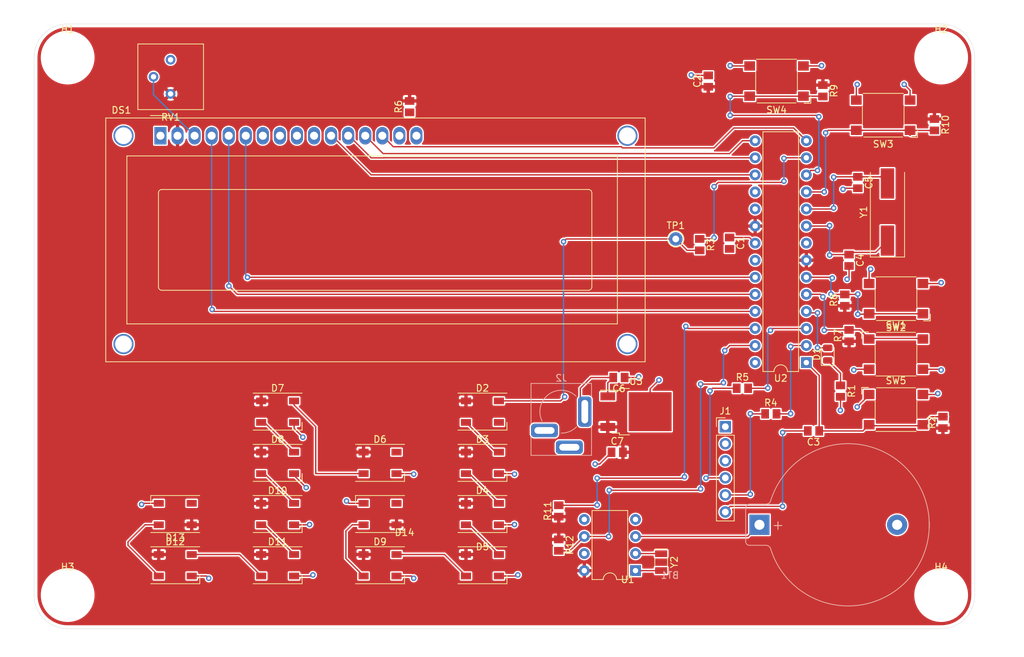
<source format=kicad_pcb>
(kicad_pcb (version 20211014) (generator pcbnew)
  (layers (0 "F.Cu" signal) (31 "B.Cu" signal) (34 "B.Paste" user) (35 "F.Paste" user) (36 "B.SilkS" user "B.Silkscreen") (37 "F.SilkS" user "F.Silkscreen") (38 "B.Mask" user) (39 "F.Mask" user) (44 "Edge.Cuts" user))
  (net 0 "")
  (net 1 "GND")
  (net 2 "Net-(BT1-Pad1)")
  (net 3 "Net-(C1-Pad1)")
  (net 4 "VCC")
  (net 5 "RESET")
  (net 6 "Net-(C3-Pad2)")
  (net 7 "Net-(C4-Pad1)")
  (net 8 "Net-(C5-Pad1)")
  (net 9 "Net-(C6-Pad2)")
  (net 10 "Net-(D1-Pad1)")
  (net 11 "LED_SCK")
  (net 12 "NEO")
  (net 13 "Net-(D2-Pad4)")
  (net 14 "Net-(D3-Pad4)")
  (net 15 "Net-(D4-Pad4)")
  (net 16 "Net-(D5-Pad4)")
  (net 17 "Net-(D14-Pad4)")
  (net 18 "Net-(D6-Pad4)")
  (net 19 "Net-(D7-Pad4)")
  (net 20 "Net-(D10-Pad2)")
  (net 21 "Net-(D14-Pad2)")
  (net 22 "Net-(D10-Pad4)")
  (net 23 "Net-(D11-Pad4)")
  (net 24 "Net-(D12-Pad4)")
  (net 26 "Net-(DS1-Pad15)")
  (net 27 "D7")
  (net 28 "D6")
  (net 29 "D5")
  (net 30 "D4")
  (net 35 "E")
  (net 36 "RW")
  (net 37 "RS")
  (net 38 "Net-(DS1-Pad3)")
  (net 39 "Net-(J1-Pad5)")
  (net 40 "Net-(J1-Pad4)")
  (net 43 "Net-(R3-Pad1)")
  (net 44 "RXD")
  (net 45 "TXD")
  (net 46 "SW1")
  (net 47 "SW2")
  (net 48 "SW4")
  (net 49 "SW3")
  (net 50 "SDA")
  (net 51 "SCL")
  (net 52 "Net-(U1-Pad1)")
  (net 53 "Net-(U1-Pad2)")
  (footprint "footprints:R_0805_2012Metric" (layer "F.Cu") (at 215.265 114.3 90)
    (fp_text reference "R2")
    (fp_text value "R_0805_10K")
  )
  (footprint "footprints:R_0805_2012Metric" (layer "F.Cu") (at 158.09 127.48 90)
    (fp_text reference "R11")
    (fp_text value "R_0805_4.7K")
  )
  (footprint "footprints:MountingHole_3.2mm_M3" (layer "F.Cu") (at 215 140)
    (fp_text reference "H4")
    (fp_text value "MountingHole")
  )
  (footprint "footprints:SW_SPST_Omron_B3FS-100xP" (layer "F.Cu") (at 208.28 104.14)
    (fp_text reference "SW1")
    (fp_text value "Omron_B3F_SPST")
  )
  (footprint "footprints:R_0805_2012Metric" (layer "F.Cu") (at 179.07 87.845 -90)
    (fp_text reference "R3")
    (fp_text value "R_0805_47")
  )
  (footprint "footprints:R_0805_2012Metric" (layer "F.Cu") (at 189.65 113.03)
    (fp_text reference "R4")
    (fp_text value "R_0805_47")
  )
  (footprint "footprints:SW_SPST_Omron_B3FS-100xP" (layer "F.Cu") (at 206.375 68.58 180)
    (fp_text reference "SW3")
    (fp_text value "Omron_B3F_SPST")
  )
  (footprint "footprints:LED_SK6812_PLCC4_5.0x5.0mm_P3.2mm" (layer "F.Cu") (at 146.73 112.7)
    (fp_text reference "D2")
    (fp_text value "NEOPIXEL_SMT")
  )
  (footprint "footprints:SW_SPST_Omron_B3FS-100xP" (layer "F.Cu") (at 208.28 95.885 180)
    (fp_text reference "SW2")
    (fp_text value "Omron_B3F_SPST")
  )
  (footprint "footprints:R_0805_2012Metric" (layer "F.Cu") (at 197.4 64.95 -90)
    (fp_text reference "R9")
    (fp_text value "R_0805_10K")
  )
  (footprint "footprints:R_0805_2012Metric" (layer "F.Cu") (at 185.42 109.22)
    (fp_text reference "R5")
    (fp_text value "R_0805_47")
  )
  (footprint "footprints:C_0805_2012Metric" (layer "F.Cu") (at 201.295 90.17 -90)
    (fp_text reference "C4")
    (fp_text value "C_0805_22pf")
  )
  (footprint "footprints:LED_SK6812_PLCC4_5.0x5.0mm_P3.2mm" (layer "F.Cu") (at 116.25 112.7)
    (fp_text reference "D7")
    (fp_text value "NEOPIXEL_SMT")
  )
  (footprint "footprints:LED_SK6812_PLCC4_5.0x5.0mm_P3.2mm" (layer "F.Cu") (at 116.25 120.32)
    (fp_text reference "D8")
    (fp_text value "NEOPIXEL_SMT")
  )
  (footprint "footprints:R_0805_2012Metric" (layer "F.Cu") (at 200.025 109.64 -90)
    (fp_text reference "R1")
    (fp_text value "R_0805_2.2K")
  )
  (footprint "footprints:R_0805_2012Metric" (layer "F.Cu") (at 200.66 96.1 90)
    (fp_text reference "R8")
    (fp_text value "R_0805_10K")
  )
  (footprint "footprints:DIP-28_W7.62mm" (layer "F.Cu") (at 194.935 105.4 180)
    (fp_text reference "U2")
    (fp_text value "ATmega328-PU")
  )
  (footprint "footprints:C_0805_2012Metric" (layer "F.Cu") (at 196 115.57 180)
    (fp_text reference "C3")
    (fp_text value "C_0805_0.1uf")
  )
  (footprint "footprints:C_0805_2012Metric" (layer "F.Cu") (at 167.045 107.62 180)
    (fp_text reference "C6")
    (fp_text value "C_0805_1uf")
  )
  (footprint "footprints:R_0805_2012Metric" (layer "F.Cu") (at 158.09 132.56 -90)
    (fp_text reference "R12")
    (fp_text value "R_0805_4.7K")
  )
  (footprint "footprints:PinHeader_1x06_P2.54mm_Vertical" (layer "F.Cu") (at 182.88 114.935)
    (fp_text reference "J1")
    (fp_text value "Conn_01x06")
  )
  (footprint "footprints:SW_SPST_Omron_B3FS-100xP" (layer "F.Cu") (at 208.28 112.395)
    (fp_text reference "SW5")
    (fp_text value "Omron_B3F_SPST")
  )
  (footprint "footprints:LED_SK6812_PLCC4_5.0x5.0mm_P3.2mm" (layer "F.Cu") (at 116.25 135.56)
    (fp_text reference "D11")
    (fp_text value "NEOPIXEL_SMT")
  )
  (footprint "footprints:LED_SK6812_PLCC4_5.0x5.0mm_P3.2mm" (layer "F.Cu") (at 116.25 127.94)
    (fp_text reference "D10")
    (fp_text value "NEOPIXEL_SMT")
  )
  (footprint "footprints:R_0805_2012Metric" (layer "F.Cu") (at 214 70 -90)
    (fp_text reference "R10")
    (fp_text value "R_0805_10K")
  )
  (footprint "footprints:LED_SK6812_PLCC4_5.0x5.0mm_P3.2mm" (layer "F.Cu") (at 101.01 135.56)
    (fp_text reference "D12")
    (fp_text value "NEOPIXEL_SMT")
  )
  (footprint "footprints:Crystal_SMD_HC49-SD" (layer "F.Cu") (at 207.01 82.99 90)
    (fp_text reference "Y1")
    (fp_text value "Crystal_16MHz")
  )
  (footprint "footprints:SW_SPST_Omron_B3FS-100xP" (layer "F.Cu") (at 190.5 63.5 180)
    (fp_text reference "SW4")
    (fp_text value "Omron_B3F_SPST")
  )
  (footprint "footprints:Potentiometer_Bourns_3386P_Vertical" (layer "F.Cu") (at 100.315 60.325 180)
    (fp_text reference "RV1")
    (fp_text value "R_POT_10K")
  )
  (footprint "footprints:Crystal_SMD_2Pin_3.2x1.5mm" (layer "F.Cu") (at 173.33 135.1 -90)
    (fp_text reference "Y2")
    (fp_text value "Crystal_32768Hz")
  )
  (footprint "footprints:MountingHole_3.2mm_M3" (layer "F.Cu") (at 215 60)
    (fp_text reference "H2")
    (fp_text value "MountingHole")
  )
  (footprint "footprints:LED_SK6812_PLCC4_5.0x5.0mm_P3.2mm" (layer "F.Cu") (at 101.01 127.94 180)
    (fp_text reference "D13")
    (fp_text value "NEOPIXEL_SMT")
  )
  (footprint "footprints:MountingHole_3.2mm_M3" (layer "F.Cu") (at 85 140)
    (fp_text reference "H3")
    (fp_text value "MountingHole")
  )
  (footprint "footprints:TC1602A-01T" (layer "F.Cu") (at 98.81 71.6375)
    (fp_text reference "DS1")
    (fp_text value "TC1602A-01T")
  )
  (footprint "footprints:TestPoint_THTPad_D2.0mm_Drill1.0mm" (layer "F.Cu") (at 175.5 87)
    (fp_text reference "TP1")
    (fp_text value "TestPoint")
  )
  (footprint "footprints:LED_SK6812_PLCC4_5.0x5.0mm_P3.2mm" (layer "F.Cu") (at 146.73 135.56)
    (fp_text reference "D5")
    (fp_text value "NEOPIXEL_SMT")
  )
  (footprint "footprints:TO-252-2" (layer "F.Cu") (at 169.585 112.7)
    (fp_text reference "U3")
    (fp_text value "L7805")
  )
  (footprint "footprints:LED_SK6812_PLCC4_5.0x5.0mm_P3.2mm" (layer "F.Cu") (at 146.73 127.94)
    (fp_text reference "D4")
    (fp_text value "NEOPIXEL_SMT")
  )
  (footprint "footprints:MountingHole_3.2mm_M3" (layer "F.Cu") (at 85 60)
    (fp_text reference "H1")
    (fp_text value "MountingHole")
  )
  (footprint "footprints:LED_SK6812_PLCC4_5.0x5.0mm_P3.2mm" (layer "F.Cu") (at 131.49 127.94 180)
    (fp_text reference "D14")
    (fp_text value "NEOPIXEL_SMT")
  )
  (footprint "footprints:DIP-8_W7.62mm" (layer "F.Cu") (at 169.51 136.36 180)
    (fp_text reference "U1")
    (fp_text value "DS1307_DIP-8")
  )
  (footprint "footprints:R_0805_2012Metric" (layer "F.Cu") (at 135.89 67.31 90)
    (fp_text reference "R6")
    (fp_text value "R_0805_47")
  )
  (footprint "footprints:LED_SK6812_PLCC4_5.0x5.0mm_P3.2mm" (layer "F.Cu") (at 131.49 135.56)
    (fp_text reference "D9")
    (fp_text value "NEOPIXEL_SMT")
  )
  (footprint "footprints:LED_0805_2012Metric" (layer "F.Cu") (at 198.12 104.14 90)
    (fp_text reference "D1")
    (fp_text value "LED_0805")
  )
  (footprint "footprints:R_0805_2012Metric" (layer "F.Cu") (at 201.295 101.385 90)
    (fp_text reference "R7")
    (fp_text value "R_0805_10K")
  )
  (footprint "footprints:C_0805_2012Metric" (layer "F.Cu") (at 180.34 63.5 90)
    (fp_text reference "C2")
    (fp_text value "C_0805_0.1uf")
  )
  (footprint "footprints:C_0805_2012Metric" (layer "F.Cu") (at 166.79 118.745)
    (fp_text reference "C7")
    (fp_text value "C_0805_0.11uf")
  )
  (footprint "footprints:LED_SK6812_PLCC4_5.0x5.0mm_P3.2mm" (layer "F.Cu") (at 146.73 120.32)
    (fp_text reference "D3")
    (fp_text value "NEOPIXEL_SMT")
  )
  (footprint "footprints:LED_SK6812_PLCC4_5.0x5.0mm_P3.2mm" (layer "F.Cu") (at 131.49 120.32)
    (fp_text reference "D6")
    (fp_text value "NEOPIXEL_SMT")
  )
  (footprint "footprints:C_0805_2012Metric" (layer "F.Cu") (at 183.515 87.63 -90)
    (fp_text reference "C1")
    (fp_text value "C_0805_0.1uf")
  )
  (footprint "footprints:C_0805_2012Metric" (layer "F.Cu") (at 202.6 78.6 -90)
    (fp_text reference "C5")
    (fp_text value "C_0805_22pf")
  )
  (footprint "footprints:BatteryHolder_Keystone_106_1x20mm" (layer "B.Cu") (at 187.96 129.54)
    (fp_text reference "BT1")
    (fp_text value "Battery_Cell")
  )
  (footprint "footprints:Wurth-694106402002" (layer "B.Cu") (at 158.465 112.7 180)
    (fp_text reference "J2")
    (fp_text value "Power_inlet_vertical" hide)
  )
  (gr_line locked (start 220 60) (end 220 140) (layer "Edge.Cuts") (width 0.05))
  (gr_line locked (start 80 60) (end 80 140) (layer "Edge.Cuts") (width 0.05))
  (gr_arc locked (start 80 60) (mid 81.464466 56.464466) (end 85 55) (layer "Edge.Cuts") (width 0.05))
  (gr_arc locked (start 85 145) (mid 81.464466 143.535534) (end 80 140) (layer "Edge.Cuts") (width 0.05))
  (gr_arc locked (start 220 140) (mid 218.535534 143.535534) (end 215 145) (layer "Edge.Cuts") (width 0.05))
  (gr_line locked (start 215 55) (end 85 55) (layer "Edge.Cuts") (width 0.05))
  (gr_arc locked (start 215 55) (mid 218.535534 56.464466) (end 220 60) (layer "Edge.Cuts") (width 0.05))
  (gr_line locked (start 215 145) (end 85 145) (layer "Edge.Cuts") (width 0.05))
  (segment (start 98.56 126.34) (end 96.16 126.34) (width 0.2032) (layer "F.Cu") (net 1))
  (segment (start 204.28 91.72) (end 204.5 91.5) (width 0.2032) (layer "F.Cu") (net 1))
  (segment (start 171.685 109.315) (end 173 108) (width 0.2032) (layer "F.Cu") (net 1))
  (segment (start 120.96 129.54) (end 121 129.5) (width 0.2032) (layer "F.Cu") (net 1))
  (segment (start 118.7 121.92) (end 118.7 122.2) (width 0.2032) (layer "F.Cu") (net 1))
  (segment (start 136.42 121.92) (end 136.5 122) (width 0.2032) (layer "F.Cu") (net 1))
  (segment (start 214.355 110.145) (end 214.5 110) (width 0.2032) (layer "F.Cu") (net 1))
  (segment (start 118.7 114.3) (end 118.7 115.2) (width 0.2032) (layer "F.Cu") (net 1))
  (segment (start 118.7 115.2) (end 120 116.5) (width 0.2032) (layer "F.Cu") (net 1))
  (segment (start 105.66 137.16) (end 106 137.5) (width 0.2032) (layer "F.Cu") (net 1))
  (segment (start 180.34 62.65) (end 177.85 62.65) (width 0.2032) (layer "F.Cu") (net 1))
  (segment (start 126.84 126.34) (end 126.5 126) (width 0.2032) (layer "F.Cu") (net 1))
  (segment (start 214.89 106.39) (end 215 106.5) (width 0.2032) (layer "F.Cu") (net 1))
  (segment (start 201.295 92.705) (end 201 93) (width 0.2032) (layer "F.Cu") (net 1))
  (segment (start 204.28 93.635) (end 204.28 91.72) (width 0.2032) (layer "F.Cu") (net 1))
  (segment (start 194.5 61.25) (end 197.15 61.25) (width 0.2032) (layer "F.Cu") (net 1))
  (segment (start 149.18 121.92) (end 151.42 121.92) (width 0.2032) (layer "F.Cu") (net 1))
  (segment (start 197.15 61.25) (end 197.2 61.2) (width 0.2032) (layer "F.Cu") (net 1))
  (segment (start 204.28 110.145) (end 204.28 110.22) (width 0.2032) (layer "F.Cu") (net 1))
  (segment (start 118.7 137.16) (end 121.34 137.16) (width 0.2032) (layer "F.Cu") (net 1))
  (segment (start 202.6 79.45) (end 200.55 79.45) (width 0.2032) (layer "F.Cu") (net 1))
  (segment (start 136.16 137.16) (end 136.5 137.5) (width 0.2032) (layer "F.Cu") (net 1))
  (segment (start 151.46 129.54) (end 151.5 129.5) (width 0.2032) (layer "F.Cu") (net 1))
  (segment (start 165.94 118.745) (end 164.185 120.5) (width 0.2032) (layer "F.Cu") (net 1))
  (segment (start 169.88 107.62) (end 170 107.5) (width 0.2032) (layer "F.Cu") (net 1))
  (segment (start 201.295 91.02) (end 201.295 92.705) (width 0.2032) (layer "F.Cu") (net 1))
  (segment (start 204.28 110.22) (end 202.5 112) (width 0.2032) (layer "F.Cu") (net 1))
  (segment (start 118.7 129.54) (end 120.96 129.54) (width 0.2032) (layer "F.Cu") (net 1))
  (segment (start 96.16 126.34) (end 96 126.5) (width 0.2032) (layer "F.Cu") (net 1))
  (segment (start 210.375 66.33) (end 210.375 64.875) (width 0.2032) (layer "F.Cu") (net 1))
  (segment (start 200.025 110.49) (end 200.025 112.475) (width 0.2032) (layer "F.Cu") (net 1))
  (segment (start 167.895 107.62) (end 169.88 107.62) (width 0.2032) (layer "F.Cu") (net 1))
  (segment (start 210.375 64.875) (end 209.5 64) (width 0.2032) (layer "F.Cu") (net 1))
  (segment (start 118.7 122.2) (end 120.5 124) (width 0.2032) (layer "F.Cu") (net 1))
  (segment (start 202.375 66.33) (end 202.375 64.125) (width 0.2032) (layer "F.Cu") (net 1))
  (segment (start 129.04 126.34) (end 126.84 126.34) (width 0.2032) (layer "F.Cu") (net 1))
  (segment (start 183.65 61.25) (end 183.6 61.2) (width 0.2032) (layer "F.Cu") (net 1))
  (segment (start 200.55 79.45) (end 200.4 79.6) (width 0.2032) (layer "F.Cu") (net 1))
  (segment (start 212.28 106.39) (end 214.89 106.39) (width 0.2032) (layer "F.Cu") (net 1))
  (segment (start 177.85 62.65) (end 177.8 62.6) (width 0.2032) (layer "F.Cu") (net 1))
  (segment (start 151.84 137.16) (end 152 137) (width 0.2032) (layer "F.Cu") (net 1))
  (segment (start 202.375 64.125) (end 202.5 64) (width 0.2032) (layer "F.Cu") (net 1))
  (segment (start 121.34 137.16) (end 121.5 137) (width 0.2032) (layer "F.Cu") (net 1))
  (segment (start 186.5 61.25) (end 183.65 61.25) (width 0.2032) (layer "F.Cu") (net 1))
  (segment (start 133.94 121.92) (end 136.42 121.92) (width 0.2032) (layer "F.Cu") (net 1))
  (segment (start 164.185 120.5) (end 163.5 120.5) (width 0.2032) (layer "F.Cu") (net 1))
  (segment (start 200.025 112.475) (end 200 112.5) (width 0.2032) (layer "F.Cu") (net 1))
  (segment (start 212.28 110.145) (end 214.355 110.145) (width 0.2032) (layer "F.Cu") (net 1))
  (segment (start 151.42 121.92) (end 151.5 122) (width 0.2032) (layer "F.Cu") (net 1))
  (segment (start 149.18 137.16) (end 151.84 137.16) (width 0.2032) (layer "F.Cu") (net 1))
  (segment (start 149.18 129.54) (end 151.46 129.54) (width 0.2032) (layer "F.Cu") (net 1))
  (segment (start 103.46 137.16) (end 105.66 137.16) (width 0.2032) (layer "F.Cu") (net 1))
  (segment (start 133.94 137.16) (end 136.16 137.16) (width 0.2032) (layer "F.Cu") (net 1))
  (segment (start 171.685 112.7) (end 171.685 109.315) (width 0.2032) (layer "F.Cu") (net 1))
  (segment (start 212.28 93.635) (end 214.865 93.635) (width 0.2032) (layer "F.Cu") (net 1))
  (segment (start 202.11 106.39) (end 202 106.5) (width 0.2032) (layer "F.Cu") (net 1))
  (segment (start 204.28 106.39) (end 202.11 106.39) (width 0.2032) (layer "F.Cu") (net 1))
  (segment (start 214.865 93.635) (end 215 93.5) (width 0.2032) (layer "F.Cu") (net 1))
  (via (at 209.5 64) (size 0.8128) (drill 0.4064) (layers "F.Cu" "B.Cu") (net 1))
  (via (at 136.5 122) (size 0.8128) (drill 0.4064) (layers "F.Cu" "B.Cu") (net 1))
  (via (at 202.5 64) (size 0.8128) (drill 0.4064) (layers "F.Cu" "B.Cu") (net 1))
  (via (at 177.8 62.6) (size 0.8128) (drill 0.4064) (layers "F.Cu" "B.Cu") (net 1))
  (via (at 170 107.5) (size 0.8128) (drill 0.4064) (layers "F.Cu" "B.Cu") (net 1))
  (via (at 200.4 79.6) (size 0.8128) (drill 0.4064) (layers "F.Cu" "B.Cu") (net 1))
  (via (at 215 106.5) (size 0.8128) (drill 0.4064) (layers "F.Cu" "B.Cu") (net 1))
  (via (at 126.5 126) (size 0.8128) (drill 0.4064) (layers "F.Cu" "B.Cu") (net 1))
  (via (at 197.2 61.2) (size 0.8128) (drill 0.4064) (layers "F.Cu" "B.Cu") (net 1))
  (via (at 151.5 122) (size 0.8128) (drill 0.4064) (layers "F.Cu" "B.Cu") (net 1))
  (via (at 121.5 137) (size 0.8128) (drill 0.4064) (layers "F.Cu" "B.Cu") (net 1))
  (via (at 200 112.5) (size 0.8128) (drill 0.4064) (layers "F.Cu" "B.Cu") (net 1))
  (via (at 173 108) (size 0.8128) (drill 0.4064) (layers "F.Cu" "B.Cu") (net 1))
  (via (at 136.5 137.5) (size 0.8128) (drill 0.4064) (layers "F.Cu" "B.Cu") (net 1))
  (via (at 106 137.5) (size 0.8128) (drill 0.4064) (layers "F.Cu" "B.Cu") (net 1))
  (via (at 204.5 91.5) (size 0.8128) (drill 0.4064) (layers "F.Cu" "B.Cu") (net 1))
  (via (at 152 137) (size 0.8128) (drill 0.4064) (layers "F.Cu" "B.Cu") (net 1))
  (via (at 96 126.5) (size 0.8128) (drill 0.4064) (layers "F.Cu" "B.Cu") (net 1))
  (via (at 183.6 61.2) (size 0.8128) (drill 0.4064) (layers "F.Cu" "B.Cu") (net 1))
  (via (at 201 93) (size 0.8128) (drill 0.4064) (layers "F.Cu" "B.Cu") (net 1))
  (via (at 120 116.5) (size 0.8128) (drill 0.4064) (layers "F.Cu" "B.Cu") (net 1))
  (via (at 121 129.5) (size 0.8128) (drill 0.4064) (layers "F.Cu" "B.Cu") (net 1))
  (via (at 120.5 124) (size 0.8128) (drill 0.4064) (layers "F.Cu" "B.Cu") (net 1))
  (via (at 151.5 129.5) (size 0.8128) (drill 0.4064) (layers "F.Cu" "B.Cu") (net 1))
  (via (at 214.5 110) (size 0.8128) (drill 0.4064) (layers "F.Cu" "B.Cu") (net 1))
  (via (at 202.5 112) (size 0.8128) (drill 0.4064) (layers "F.Cu" "B.Cu") (net 1))
  (via (at 202 106.5) (size 0.8128) (drill 0.4064) (layers "F.Cu" "B.Cu") (net 1))
  (via (at 215 93.5) (size 0.8128) (drill 0.4064) (layers "F.Cu" "B.Cu") (net 1))
  (via (at 163.5 120.5) (size 0.8128) (drill 0.4064) (layers "F.Cu" "B.Cu") (net 1))
  (segment (start 186.22 131.28) (end 187.96 129.54) (width 0.2032) (layer "F.Cu") (net 2))
  (segment (start 169.51 131.28) (end 186.22 131.28) (width 0.2032) (layer "F.Cu") (net 2))
  (segment (start 186.475 86.78) (end 187.315 87.62) (width 0.2032) (layer "F.Cu") (net 3))
  (segment (start 183.515 86.78) (end 186.475 86.78) (width 0.2032) (layer "F.Cu") (net 3))
  (segment (start 212.125 114.8) (end 212.28 114.645) (width 0.2032) (layer "F.Cu") (net 5))
  (segment (start 203.355 115.57) (end 204.28 114.645) (width 0.2032) (layer "F.Cu") (net 5))
  (segment (start 204.97 114.8) (end 212.125 114.8) (width 0.2032) (layer "F.Cu") (net 5))
  (segment (start 212.28 114.645) (end 213.475 113.45) (width 0.2032) (layer "F.Cu") (net 5))
  (segment (start 194.935 105.4) (end 196.85 107.315) (width 0.2032) (layer "F.Cu") (net 5))
  (segment (start 204.28 114.645) (end 204.815 114.645) (width 0.2032) (layer "F.Cu") (net 5))
  (segment (start 204.815 114.645) (end 204.97 114.8) (width 0.2032) (layer "F.Cu") (net 5))
  (segment (start 196.85 115.57) (end 203.355 115.57) (width 0.2032) (layer "F.Cu") (net 5))
  (segment (start 213.475 113.45) (end 215.9 113.45) (width 0.2032) (layer "F.Cu") (net 5))
  (segment (start 196.85 107.315) (end 196.85 115.57) (width 0.2032) (layer "F.Cu") (net 5))
  (segment (start 182.88 127.635) (end 182.88 127.52) (width 0.2032) (layer "F.Cu") (net 6))
  (segment (start 183.6 126.8) (end 191.4 126.8) (width 0.2032) (layer "F.Cu") (net 6))
  (segment (start 182.88 127.52) (end 183.6 126.8) (width 0.2032) (layer "F.Cu") (net 6))
  (segment (start 191.63 115.57) (end 195.15 115.57) (width 0.2032) (layer "F.Cu") (net 6))
  (segment (start 191.4 115.8) (end 191.63 115.57) (width 0.2032) (layer "F.Cu") (net 6))
  (via (at 191.4 126.8) (size 0.8128) (drill 0.4064) (layers "F.Cu" "B.Cu") (net 6))
  (via (at 191.4 115.8) (size 0.8128) (drill 0.4064) (layers "F.Cu" "B.Cu") (net 6))
  (segment (start 191.4 126.8) (end 191.4 115.8) (width 0.2032) (layer "B.Cu") (net 6))
  (segment (start 201.295 89.32) (end 201.615 89) (width 0.2032) (layer "F.Cu") (net 7))
  (segment (start 198.48 89.32) (end 201.295 89.32) (width 0.2032) (layer "F.Cu") (net 7))
  (segment (start 194.935 85.08) (end 198.32 85.08) (width 0.2032) (layer "F.Cu") (net 7))
  (segment (start 198.32 85.08) (end 198.4 85) (width 0.2032) (layer "F.Cu") (net 7))
  (segment (start 201.615 89) (end 205.25 89) (width 0.2032) (layer "F.Cu") (net 7))
  (segment (start 198.4 89.4) (end 198.48 89.32) (width 0.2032) (layer "F.Cu") (net 7))
  (segment (start 205.25 89) (end 207.01 87.24) (width 0.2032) (layer "F.Cu") (net 7))
  (via (at 198.4 85) (size 0.8128) (drill 0.4064) (layers "F.Cu" "B.Cu") (net 7))
  (via (at 198.4 89.4) (size 0.8128) (drill 0.4064) (layers "F.Cu" "B.Cu") (net 7))
  (segment (start 198.4 85) (end 198.4 89.4) (width 0.2032) (layer "B.Cu") (net 7))
  (segment (start 207.01 78.74) (end 206.02 77.75) (width 0.2032) (layer "F.Cu") (net 8))
  (segment (start 206.02 77.75) (end 202.6 77.75) (width 0.2032) (layer "F.Cu") (net 8))
  (segment (start 199 82.4) (end 198.86 82.54) (width 0.2032) (layer "F.Cu") (net 8))
  (segment (start 199.05 77.75) (end 199 77.8) (width 0.2032) (layer "F.Cu") (net 8))
  (segment (start 202.6 77.75) (end 199.05 77.75) (width 0.2032) (layer "F.Cu") (net 8))
  (segment (start 198.86 82.54) (end 194.935 82.54) (width 0.2032) (layer "F.Cu") (net 8))
  (via (at 199 82.4) (size 0.8128) (drill 0.4064) (layers "F.Cu" "B.Cu") (net 8))
  (via (at 199 77.8) (size 0.8128) (drill 0.4064) (layers "F.Cu" "B.Cu") (net 8))
  (segment (start 199 77.8) (end 199 82.4) (width 0.2032) (layer "B.Cu") (net 8))
  (segment (start 161.29 109.22) (end 161.29 112.025) (width 0.2032) (layer "F.Cu") (net 9))
  (segment (start 165.385 110.42) (end 165.385 108.43) (width 0.2032) (layer "F.Cu") (net 9))
  (segment (start 166.195 107.62) (end 162.89 107.62) (width 0.2032) (layer "F.Cu") (net 9))
  (segment (start 161.29 112.025) (end 161.965 112.7) (width 0.2032) (layer "F.Cu") (net 9))
  (segment (start 165.385 108.43) (end 166.195 107.62) (width 0.2032) (layer "F.Cu") (net 9))
  (segment (start 162.89 107.62) (end 161.29 109.22) (width 0.2032) (layer "F.Cu") (net 9))
  (segment (start 200.025 106.9825) (end 200.025 108.79) (width 0.2032) (layer "F.Cu") (net 10))
  (segment (start 198.12 105.0775) (end 200.025 106.9825) (width 0.2032) (layer "F.Cu") (net 10))
  (segment (start 196.6 98) (end 195.155 98) (width 0.2032) (layer "F.Cu") (net 11))
  (segment (start 198.12 103.2025) (end 196.6025 103.2025) (width 0.2032) (layer "F.Cu") (net 11))
  (segment (start 195.155 98) (end 194.935 97.78) (width 0.2032) (layer "F.Cu") (net 11))
  (segment (start 196.6025 103.2025) (end 196.6 103.2) (width 0.2032) (layer "F.Cu") (net 11))
  (via (at 196.6 98) (size 0.8128) (drill 0.4064) (layers "F.Cu" "B.Cu") (net 11))
  (via (at 196.6 103.2) (size 0.8128) (drill 0.4064) (layers "F.Cu" "B.Cu") (net 11))
  (segment (start 196.6 103.2) (end 196.6 98) (width 0.2032) (layer "B.Cu") (net 11))
  (segment (start 159.2 87) (end 175.5 87) (width 0.2032) (layer "F.Cu") (net 12))
  (segment (start 175.5 87) (end 177.195 88.695) (width 0.2032) (layer "F.Cu") (net 12))
  (segment (start 177.195 88.695) (end 179.07 88.695) (width 0.2032) (layer "F.Cu") (net 12))
  (segment (start 158.353734 111.1) (end 158.96642 110.487314) (width 0.2032) (layer "F.Cu") (net 12))
  (segment (start 149.18 111.1) (end 158.353734 111.1) (width 0.2032) (layer "F.Cu") (net 12))
  (segment (start 158.8 87.4) (end 159.2 87) (width 0.2032) (layer "F.Cu") (net 12))
  (via (at 158.96642 110.487314) (size 0.8128) (drill 0.4064) (layers "F.Cu" "B.Cu") (net 12))
  (via (at 158.8 87.4) (size 0.8128) (drill 0.4064) (layers "F.Cu" "B.Cu") (net 12))
  (segment (start 158.8 110.320894) (end 158.8 87.4) (width 0.2032) (layer "B.Cu") (net 12))
  (segment (start 158.96642 110.487314) (end 158.8 110.320894) (width 0.2032) (layer "B.Cu") (net 12))
  (segment (start 148.7 118.72) (end 149.18 118.72) (width 0.2032) (layer "F.Cu") (net 13))
  (segment (start 144.28 114.3) (end 148.7 118.72) (width 0.2032) (layer "F.Cu") (net 13))
  (segment (start 144.76 121.92) (end 149.18 126.34) (width 0.2032) (layer "F.Cu") (net 14))
  (segment (start 144.28 121.92) (end 144.76 121.92) (width 0.2032) (layer "F.Cu") (net 14))
  (segment (start 144.76 129.54) (end 149.18 133.96) (width 0.2032) (layer "F.Cu") (net 15))
  (segment (start 144.28 129.54) (end 144.76 129.54) (width 0.2032) (layer "F.Cu") (net 15))
  (segment (start 141.08 133.96) (end 144.28 137.16) (width 0.2032) (layer "F.Cu") (net 16))
  (segment (start 133.94 133.96) (end 141.08 133.96) (width 0.2032) (layer "F.Cu") (net 16))
  (segment (start 121.92 121.92) (end 129.04 121.92) (width 0.2032) (layer "F.Cu") (net 18))
  (segment (start 121.92 114.935) (end 121.92 121.92) (width 0.2032) (layer "F.Cu") (net 18))
  (segment (start 118.7 111.1) (end 118.7 111.715) (width 0.2032) (layer "F.Cu") (net 18))
  (segment (start 118.7 111.715) (end 121.92 114.935) (width 0.2032) (layer "F.Cu") (net 18))
  (segment (start 114.28 114.3) (end 118.7 118.72) (width 0.2032) (layer "F.Cu") (net 19))
  (segment (start 113.8 114.3) (end 114.28 114.3) (width 0.2032) (layer "F.Cu") (net 19))
  (segment (start 114.28 121.92) (end 118.7 126.34) (width 0.2032) (layer "F.Cu") (net 20))
  (segment (start 113.8 121.92) (end 114.28 121.92) (width 0.2032) (layer "F.Cu") (net 20))
  (segment (start 126.41 134.53) (end 129.04 137.16) (width 0.2032) (layer "F.Cu") (net 21))
  (segment (start 129.04 129.54) (end 127.35 129.54) (width 0.2032) (layer "F.Cu") (net 21))
  (segment (start 127.35 129.54) (end 126.41 130.48) (width 0.2032) (layer "F.Cu") (net 21))
  (segment (start 126.41 130.48) (end 126.41 134.53) (width 0.2032) (layer "F.Cu") (net 21))
  (segment (start 114.28 129.54) (end 118.7 133.96) (width 0.2032) (layer "F.Cu") (net 22))
  (segment (start 113.8 129.54) (end 114.28 129.54) (width 0.2032) (layer "F.Cu") (net 22))
  (segment (start 103.46 133.96) (end 110.6 133.96) (width 0.2032) (layer "F.Cu") (net 23))
  (segment (start 110.6 133.96) (end 113.8 137.16) (width 0.2032) (layer "F.Cu") (net 23))
  (segment (start 93.98 132.08) (end 93.98 132.58) (width 0.2032) (layer "F.Cu") (net 24))
  (segment (start 96.52 129.54) (end 93.98 132.08) (width 0.2032) (layer "F.Cu") (net 24))
  (segment (start 98.56 129.54) (end 96.52 129.54) (width 0.2032) (layer "F.Cu") (net 24))
  (segment (start 93.98 132.58) (end 98.56 137.16) (width 0.2032) (layer "F.Cu") (net 24))
  (segment (start 167.562427 73.4423) (end 181.1927 73.4423) (width 0.2032) (layer "F.Cu") (net 27))
  (segment (start 133.464937 73.272437) (end 167.392564 73.272437) (width 0.2032) (layer "F.Cu") (net 27))
  (segment (start 193.04 70.485) (end 194.935 72.38) (width 0.2032) (layer "F.Cu") (net 27))
  (segment (start 184.15 70.485) (end 193.04 70.485) (width 0.2032) (layer "F.Cu") (net 27))
  (segment (start 131.83 71.6375) (end 133.464937 73.272437) (width 0.2032) (layer "F.Cu") (net 27))
  (segment (start 181.1927 73.4423) (end 184.15 70.485) (width 0.2032) (layer "F.Cu") (net 27))
  (segment (start 167.392564 73.272437) (end 167.562427 73.4423) (width 0.2032) (layer "F.Cu") (net 27))
  (segment (start 131.9475 74.295) (end 183.515 74.295) (width 0.2032) (layer "F.Cu") (net 28))
  (segment (start 129.29 71.6375) (end 131.9475 74.295) (width 0.2032) (layer "F.Cu") (net 28))
  (segment (start 185.43 72.38) (end 187.315 72.38) (width 0.2032) (layer "F.Cu") (net 28))
  (segment (start 183.515 74.295) (end 185.43 72.38) (width 0.2032) (layer "F.Cu") (net 28))
  (segment (start 130.175 74.93) (end 132.08 74.93) (width 0.2032) (layer "F.Cu") (net 29))
  (segment (start 132.09 74.92) (end 187.315 74.92) (width 0.2032) (layer "F.Cu") (net 29))
  (segment (start 126.75 71.6375) (end 126.8825 71.6375) (width 0.2032) (layer "F.Cu") (net 29))
  (segment (start 132.08 74.93) (end 132.09 74.92) (width 0.2032) (layer "F.Cu") (net 29))
  (segment (start 126.8825 71.6375) (end 130.175 74.93) (width 0.2032) (layer "F.Cu") (net 29))
  (segment (start 130.165 77.46) (end 187.315 77.46) (width 0.2032) (layer "F.Cu") (net 30))
  (segment (start 124.3425 71.6375) (end 130.165 77.46) (width 0.2032) (layer "F.Cu") (net 30))
  (segment (start 124.21 71.6375) (end 124.3425 71.6375) (width 0.2032) (layer "F.Cu") (net 30))
  (segment (start 111.77 92.7) (end 187.315 92.7) (width 0.2032) (layer "F.Cu") (net 35))
  (segment (start 111.76 92.71) (end 111.77 92.7) (width 0.2032) (layer "F.Cu") (net 35))
  (via (at 111.76 92.71) (size 0.8128) (drill 0.4064) (layers "F.Cu" "B.Cu") (net 35))
  (segment (start 111.51 71.6375) (end 111.51 92.46) (width 0.2032) (layer "B.Cu") (net 35))
  (segment (start 111.51 92.46) (end 111.76 92.71) (width 0.2032) (layer "B.Cu") (net 35))
  (segment (start 110.24 95.24) (end 187.315 95.24) (width 0.2032) (layer "F.Cu") (net 36))
  (segment (start 109 94) (end 110.24 95.24) (width 0.2032) (layer "F.Cu") (net 36))
  (via (at 109 94) (size 0.8128) (drill 0.4064) (layers "F.Cu" "B.Cu") (net 36))
  (segment (start 108.97 71.6375) (end 108.97 93.97) (width 0.2032) (layer "B.Cu") (net 36))
  (segment (start 108.97 93.97) (end 109 94) (width 0.2032) (layer "B.Cu") (net 36))
  (segment (start 106.78 97.78) (end 187.315 97.78) (width 0.2032) (layer "F.Cu") (net 37))
  (segment (start 106.5 97.5) (end 106.78 97.78) (width 0.2032) (layer "F.Cu") (net 37))
  (via (at 106.5 97.5) (size 0.8128) (drill 0.4064) (layers "F.Cu" "B.Cu") (net 37))
  (segment (start 106.43 97.43) (end 106.5 97.5) (width 0.2032) (layer "B.Cu") (net 37))
  (segment (start 106.43 71.6375) (end 106.43 97.43) (width 0.2032) (layer "B.Cu") (net 37))
  (segment (start 97.775 65.5225) (end 97.775 62.865) (width 0.2032) (layer "B.Cu") (net 38))
  (segment (start 103.89 71.6375) (end 97.775 65.5225) (width 0.2032) (layer "B.Cu") (net 38))
  (segment (start 186.6 113) (end 186.63 113.03) (width 0.2032) (layer "F.Cu") (net 39))
  (segment (start 186.505 125.095) (end 186.6 125) (width 0.2032) (layer "F.Cu") (net 39))
  (segment (start 182.88 125.095) (end 186.505 125.095) (width 0.2032) (layer "F.Cu") (net 39))
  (segment (start 186.63 113.03) (end 188.8 113.03) (width 0.2032) (layer "F.Cu") (net 39))
  (via (at 186.6 113) (size 0.8128) (drill 0.4064) (layers "F.Cu" "B.Cu") (net 39))
  (via (at 186.6 125) (size 0.8128) (drill 0.4064) (layers "F.Cu" "B.Cu") (net 39))
  (segment (start 186.6 125) (end 186.6 113) (width 0.2032) (layer "B.Cu") (net 39))
  (segment (start 180.045 122.555) (end 180 122.6) (width 0.2032) (layer "F.Cu") (net 40))
  (segment (start 180.6 109.6) (end 180.98 109.22) (width 0.2032) (layer "F.Cu") (net 40))
  (segment (start 180.98 109.22) (end 184.57 109.22) (width 0.2032) (layer "F.Cu") (net 40))
  (segment (start 182.88 122.555) (end 180.045 122.555) (width 0.2032) (layer "F.Cu") (net 40))
  (via (at 180 122.6) (size 0.8128) (drill 0.4064) (layers "F.Cu" "B.Cu") (net 40))
  (via (at 180.6 109.6) (size 0.8128) (drill 0.4064) (layers "F.Cu" "B.Cu") (net 40))
  (segment (start 180 122.6) (end 180.6 122) (width 0.2032) (layer "B.Cu") (net 40))
  (segment (start 180.6 122) (end 180.6 109.6) (width 0.2032) (layer "B.Cu") (net 40))
  (segment (start 181.818129 78.581871) (end 191.418129 78.581871) (width 0.2032) (layer "F.Cu") (net 43))
  (segment (start 191.6 75) (end 191.68 74.92) (width 0.2032) (layer "F.Cu") (net 43))
  (segment (start 191.418129 78.581871) (end 191.6 78.4) (width 0.2032) (layer "F.Cu") (net 43))
  (segment (start 191.68 74.92) (end 194.935 74.92) (width 0.2032) (layer "F.Cu") (net 43))
  (segment (start 179.07 86.995) (end 181.005 86.995) (width 0.2032) (layer "F.Cu") (net 43))
  (segment (start 181.005 86.995) (end 181.2 86.8) (width 0.2032) (layer "F.Cu") (net 43))
  (segment (start 181.2 79.2) (end 181.818129 78.581871) (width 0.2032) (layer "F.Cu") (net 43))
  (via (at 181.2 86.8) (size 0.8128) (drill 0.4064) (layers "F.Cu" "B.Cu") (net 43))
  (via (at 191.6 75) (size 0.8128) (drill 0.4064) (layers "F.Cu" "B.Cu") (net 43))
  (via (at 181.2 79.2) (size 0.8128) (drill 0.4064) (layers "F.Cu" "B.Cu") (net 43))
  (via (at 191.6 78.4) (size 0.8128) (drill 0.4064) (layers "F.Cu" "B.Cu") (net 43))
  (segment (start 181.2 86.8) (end 181.2 79.2) (width 0.2032) (layer "B.Cu") (net 43))
  (segment (start 191.6 78.4) (end 191.6 75) (width 0.2032) (layer "B.Cu") (net 43))
  (segment (start 192.6 103) (end 192.74 102.86) (width 0.2032) (layer "F.Cu") (net 44))
  (segment (start 190.5 113.03) (end 192.57 113.03) (width 0.2032) (layer "F.Cu") (net 44))
  (segment (start 192.74 102.86) (end 194.935 102.86) (width 0.2032) (layer "F.Cu") (net 44))
  (segment (start 192.57 113.03) (end 192.6 113) (width 0.2032) (layer "F.Cu") (net 44))
  (via (at 192.6 103) (size 0.8128) (drill 0.4064) (layers "F.Cu" "B.Cu") (net 44))
  (via (at 192.6 113) (size 0.8128) (drill 0.4064) (layers "F.Cu" "B.Cu") (net 44))
  (segment (start 192.6 113) (end 192.6 103) (width 0.2032) (layer "B.Cu") (net 44))
  (segment (start 189.6 100.6) (end 189.88 100.32) (width 0.2032) (layer "F.Cu") (net 45))
  (segment (start 186.27 109.22) (end 189.18 109.22) (width 0.2032) (layer "F.Cu") (net 45))
  (segment (start 189.88 100.32) (end 194.935 100.32) (width 0.2032) (layer "F.Cu") (net 45))
  (segment (start 189.18 109.22) (end 189.2 109.2) (width 0.2032) (layer "F.Cu") (net 45))
  (via (at 189.2 109.2) (size 0.8128) (drill 0.4064) (layers "F.Cu" "B.Cu") (net 45))
  (via (at 189.6 100.6) (size 0.8128) (drill 0.4064) (layers "F.Cu" "B.Cu") (net 45))
  (segment (start 189.2 101) (end 189.6 100.6) (width 0.2032) (layer "B.Cu") (net 45))
  (segment (start 189.2 109.2) (end 189.2 101) (width 0.2032) (layer "B.Cu") (net 45))
  (segment (start 212.19 101.8) (end 212.28 101.89) (width 0.2032) (layer "F.Cu") (net 46))
  (segment (start 201.295 100.535) (end 202.925 100.535) (width 0.2032) (layer "F.Cu") (net 46))
  (segment (start 204.28 101.89) (end 204.37 101.8) (width 0.2032) (layer "F.Cu") (net 46))
  (segment (start 201.295 100.535) (end 197.665 100.535) (width 0.2032) (layer "F.Cu") (net 46))
  (segment (start 197.04 95.24) (end 194.935 95.24) (width 0.2032) (layer "F.Cu") (net 46))
  (segment (start 197.665 100.535) (end 197.6 100.6) (width 0.2032) (layer "F.Cu") (net 46))
  (segment (start 202.925 100.535) (end 204.28 101.89) (width 0.2032) (layer "F.Cu") (net 46))
  (segment (start 197.4 95.6) (end 197.04 95.24) (width 0.2032) (layer "F.Cu") (net 46))
  (segment (start 204.37 101.8) (end 212.19 101.8) (width 0.2032) (layer "F.Cu") (net 46))
  (via (at 197.6 100.6) (size 0.8128) (drill 0.4064) (layers "F.Cu" "B.Cu") (net 46))
  (via (at 197.4 95.6) (size 0.8128) (drill 0.4064) (layers "F.Cu" "B.Cu") (net 46))
  (segment (start 197.6 100.6) (end 197.6 95.8) (width 0.2032) (layer "B.Cu") (net 46))
  (segment (start 197.6 95.8) (end 197.4 95.6) (width 0.2032) (layer "B.Cu") (net 46))
  (segment (start 202.55 95.25) (end 202.6 95.2) (width 0.2032) (layer "F.Cu") (net 47))
  (segment (start 202.6 98.2) (end 204.215 98.2) (width 0.2032) (layer "F.Cu") (net 47))
  (segment (start 200.66 95.25) (end 202.55 95.25) (width 0.2032) (layer "F.Cu") (net 47))
  (segment (start 204.28 98.135) (end 212.28 98.135) (width 0.2032) (layer "F.Cu") (net 47))
  (segment (start 198.7 92.7) (end 194.935 92.7) (width 0.2032) (layer "F.Cu") (net 47))
  (segment (start 204.215 98.2) (end 204.28 98.135) (width 0.2032) (layer "F.Cu") (net 47))
  (segment (start 198.8 92.8) (end 198.7 92.7) (width 0.2032) (layer "F.Cu") (net 47))
  (segment (start 198.65 95.25) (end 198.6 95.2) (width 0.2032) (layer "F.Cu") (net 47))
  (segment (start 200.66 95.25) (end 198.65 95.25) (width 0.2032) (layer "F.Cu") (net 47))
  (via (at 198.6 95.2) (size 0.8128) (drill 0.4064) (layers "F.Cu" "B.Cu") (net 47))
  (via (at 202.6 98.2) (size 0.8128) (drill 0.4064) (layers "F.Cu" "B.Cu") (net 47))
  (via (at 198.8 92.8) (size 0.8128) (drill 0.4064) (layers "F.Cu" "B.Cu") (net 47))
  (via (at 202.6 95.2) (size 0.8128) (drill 0.4064) (layers "F.Cu" "B.Cu") (net 47))
  (segment (start 198.6 95.2) (end 198.6 93) (width 0.2032) (layer "B.Cu") (net 47))
  (segment (start 198.6 93) (end 198.8 92.8) (width 0.2032) (layer "B.Cu") (net 47))
  (segment (start 202.6 95.2) (end 202.6 98.2) (width 0.2032) (layer "B.Cu") (net 47))
  (segment (start 186.5 65.75) (end 194.5 65.75) (width 0.2032) (layer "F.Cu") (net 48))
  (segment (start 196.6 68.6) (end 196.8 68.8) (width 0.2032) (layer "F.Cu") (net 48))
  (segment (start 194.5 65.75) (end 197.35 65.75) (width 0.2032) (layer "F.Cu") (net 48))
  (segment (start 197.35 65.75) (end 197.4 65.8) (width 0.2032) (layer "F.Cu") (net 48))
  (segment (start 186.5 65.75) (end 183.65 65.75) (width 0.2032) (layer "F.Cu") (net 48))
  (segment (start 183.6 68.6) (end 196.6 68.6) (width 0.2032) (layer "F.Cu") (net 48))
  (segment (start 195.595 76.8) (end 194.935 77.46) (width 0.2032) (layer "F.Cu") (net 48))
  (segment (start 196.6 76.8) (end 195.595 76.8) (width 0.2032) (layer "F.Cu") (net 48))
  (segment (start 183.65 65.75) (end 183.6 65.8) (width 0.2032) (layer "F.Cu") (net 48))
  (via (at 183.6 68.6) (size 0.8128) (drill 0.4064) (layers "F.Cu" "B.Cu") (net 48))
  (via (at 183.6 65.8) (size 0.8128) (drill 0.4064) (layers "F.Cu" "B.Cu") (net 48))
  (via (at 196.6 76.8) (size 0.8128) (drill 0.4064) (layers "F.Cu" "B.Cu") (net 48))
  (via (at 196.8 68.8) (size 0.8128) (drill 0.4064) (layers "F.Cu" "B.Cu") (net 48))
  (segment (start 196.8 68.8) (end 196.8 76.6) (width 0.2032) (layer "B.Cu") (net 48))
  (segment (start 183.6 65.8) (end 183.6 68.6) (width 0.2032) (layer "B.Cu") (net 48))
  (segment (start 196.8 76.6) (end 196.6 76.8) (width 0.2032) (layer "B.Cu") (net 48))
  (segment (start 210.375 71.565) (end 210.375 70.83) (width 0.2032) (layer "F.Cu") (net 49))
  (segment (start 198.17 70.83) (end 202.375 70.83) (width 0.2032) (layer "F.Cu") (net 49))
  (segment (start 209.64 70.83) (end 210.375 71.565) (width 0.2032) (layer "F.Cu") (net 49))
  (segment (start 202.375 70.83) (end 209.64 70.83) (width 0.2032) (layer "F.Cu") (net 49))
  (segment (start 197.8 71.2) (end 198.17 70.83) (width 0.2032) (layer "F.Cu") (net 49))
  (segment (start 214 70.85) (end 210.395 70.85) (width 0.2032) (layer "F.Cu") (net 49))
  (segment (start 210.395 70.85) (end 210.375 70.83) (width 0.2032) (layer "F.Cu") (net 49))
  (segment (start 194.935 80) (end 197.6 80) (width 0.2032) (layer "F.Cu") (net 49))
  (via (at 197.8 71.2) (size 0.8128) (drill 0.4064) (layers "F.Cu" "B.Cu") (net 49))
  (via (at 197.6 80) (size 0.8128) (drill 0.4064) (layers "F.Cu" "B.Cu") (net 49))
  (segment (start 197.8 79.8) (end 197.8 71.2) (width 0.2032) (layer "B.Cu") (net 49))
  (segment (start 197.6 80) (end 197.8 79.8) (width 0.2032) (layer "B.Cu") (net 49))
  (segment (start 177.32 100.32) (end 187.315 100.32) (width 0.2032) (layer "F.Cu") (net 50))
  (segment (start 177 100) (end 177.32 100.32) (width 0.2032) (layer "F.Cu") (net 50))
  (segment (start 158.09 126.63) (end 163.77 126.63) (width 0.2032) (layer "F.Cu") (net 50))
  (segment (start 163.8 122.6) (end 176.6 122.6) (width 0.2032) (layer "F.Cu") (net 50))
  (segment (start 176.6 122.6) (end 176.8 122.4) (width 0.2032) (layer "F.Cu") (net 50))
  (segment (start 163.77 126.63) (end 163.8 126.6) (width 0.2032) (layer "F.Cu") (net 50))
  (via (at 177 100) (size 0.8128) (drill 0.4064) (layers "F.Cu" "B.Cu") (net 50))
  (via (at 176.8 122.4) (size 0.8128) (drill 0.4064) (layers "F.Cu" "B.Cu") (net 50))
  (via (at 163.8 122.6) (size 0.8128) (drill 0.4064) (layers "F.Cu" "B.Cu") (net 50))
  (via (at 163.8 126.6) (size 0.8128) (drill 0.4064) (layers "F.Cu" "B.Cu") (net 50))
  (segment (start 163.8 126.6) (end 163.8 122.6) (width 0.2032) (layer "B.Cu") (net 50))
  (segment (start 176.8 100.2) (end 177 100) (width 0.2032) (layer "B.Cu") (net 50))
  (segment (start 176.8 122.4) (end 176.8 100.2) (width 0.2032) (layer "B.Cu") (net 50))
  (segment (start 179.2 108.6) (end 182.4 108.6) (width 0.2032) (layer "F.Cu") (net 51))
  (segment (start 183.54 102.86) (end 187.315 102.86) (width 0.2032) (layer "F.Cu") (net 51))
  (segment (start 182.8 103.6) (end 183.54 102.86) (width 0.2032) (layer "F.Cu") (net 51))
  (segment (start 165.6 124.4) (end 179 124.4) (width 0.2032) (layer "F.Cu") (net 51))
  (segment (start 161.89 131.28) (end 165.52 131.28) (width 0.2032) (layer "F.Cu") (net 51))
  (segment (start 182.4 108.6) (end 182.6 108.4) (width 0.2032) (layer "F.Cu") (net 51))
  (segment (start 179 124.4) (end 179.2 124.2) (width 0.2032) (layer "F.Cu") (net 51))
  (segment (start 165.6 131.2) (end 165.52 131.28) (width 0.2032) (layer "F.Cu") (net 51))
  (segment (start 159.76 133.41) (end 161.89 131.28) (width 0.2032) (layer "F.Cu") (net 51))
  (segment (start 158.09 133.41) (end 159.76 133.41) (width 0.2032) (layer "F.Cu") (net 51))
  (via (at 179.2 108.6) (size 0.8128) (drill 0.4064) (layers "F.Cu" "B.Cu") (net 51))
  (via (at 182.8 103.6) (size 0.8128) (drill 0.4064) (layers "F.Cu" "B.Cu") (net 51))
  (via (at 165.52 131.28) (size 0.8128) (drill 0.4064) (layers "F.Cu" "B.Cu") (net 51))
  (via (at 165.6 124.4) (size 0.8128) (drill 0.4064) (layers "F.Cu" "B.Cu") (net 51))
  (via (at 179.2 124.2) (size 0.8128) (drill 0.4064) (layers "F.Cu" "B.Cu") (net 51))
  (via (at 182.6 108.4) (size 0.8128) (drill 0.4064) (layers "F.Cu" "B.Cu") (net 51))
  (segment (start 179.2 124.2) (end 179.2 108.6) (width 0.2032) (layer "B.Cu") (net 51))
  (segment (start 182.6 108.4) (end 182.6 103.8) (width 0.2032) (layer "B.Cu") (net 51))
  (segment (start 165.6 131.2) (end 165.6 124.4) (width 0.2032) (layer "B.Cu") (net 51))
  (segment (start 182.6 103.8) (end 182.8 103.6) (width 0.2032) (layer "B.Cu") (net 51))
  (segment (start 165.52 131.28) (end 165.6 131.2) (width 0.2032) (layer "B.Cu") (net 51))
  (segment (start 173.32 136.36) (end 173.33 136.35) (width 0.2032) (layer "F.Cu") (net 52))
  (segment (start 169.51 136.36) (end 173.32 136.36) (width 0.2032) (layer "F.Cu") (net 52))
  (segment (start 169.51 133.82) (end 173.3 133.82) (width 0.2032) (layer "F.Cu") (net 53))
  (segment (start 173.3 133.82) (end 173.33 133.85) (width 0.2032) (layer "F.Cu") (net 53))
  (zone locked (net 0) (net_name "") (layers F&B.Cu) (connect_pads (clearance 0)) (min_thickness 0.254)
    (keepout (tracks not_allowed) (vias not_allowed) (pads allowed) (copperpour not_allowed) (footprints allowed))
    (fill (thermal_gap 0.508) (thermal_bridge_width 0.508))
    (polygon (pts (xy 219.005141 140) (xy 218.984638 139.595255) (xy 218.923337 139.194655) (xy 218.821867 138.802299) (xy 218.681267 138.422207) (xy 218.502975 138.058269) (xy 218.288818 137.714212) (xy 218.040989 137.393558) (xy 217.762024 137.09959) (xy 217.454779 136.835318) (xy 217.122401 136.603448) (xy 216.768293 136.406354) (xy 216.39608 136.246053) (xy 216.009573 136.124188) (xy 215.61273 136.042006) (xy 215.209613 136.000348) (xy 214.80435 135.999641) (xy 214.40109 136.039891) (xy 214.003962 136.120688) (xy 213.617032 136.241203) (xy 213.244262 136.400203) (xy 212.889468 136.59606) (xy 212.556283 136.826768) (xy 212.248118 137.089966) (xy 211.968128 137.382958) (xy 211.719181 137.702745) (xy 211.503824 138.046053) (xy 211.324263 138.409367) (xy 211.182337 138.788966) (xy 211.079498 139.180964) (xy 211.0168 139.581349) (xy 210.994883 139.986019) (xy 211.013974 140.390833) (xy 211.073876 140.791646) (xy 211.173975 141.184352) (xy 211.313248 141.564933) (xy 211.490268 141.929491) (xy 211.703223 142.274294) (xy 211.949932 142.595812) (xy 212.227869 142.890751) (xy 212.534189 143.156094) (xy 212.865755 143.389123) (xy 213.219173 143.587452) (xy 213.590825 143.74905) (xy 213.976904 143.872264) (xy 214.373458 143.955831) (xy 214.776427 143.998896) (xy 215.181685 144.001018) (xy 215.585083 143.962175) (xy 215.982491 143.882765) (xy 216.369839 143.763601) (xy 216.743162 143.605904) (xy 217.098637 143.411286) (xy 217.432626 143.181743) (xy 217.741708 142.919622) (xy 218.022718 142.627609) (xy 218.272781 142.308693) (xy 218.489334 141.966139) (xy 218.670162 141.603454) (xy 218.813412 141.224353) (xy 218.917619 140.832716) (xy 218.981715 140.432553) (xy 219.005043 140.027961)))
  )
  (zone locked (net 0) (net_name "") (layers F&B.Cu) (connect_pads (clearance 0)) (min_thickness 0.254)
    (keepout (tracks not_allowed) (vias not_allowed) (pads allowed) (copperpour not_allowed) (footprints allowed))
    (fill (thermal_gap 0.508) (thermal_bridge_width 0.508))
    (polygon (pts (xy 89.005141 60) (xy 88.984638 59.595255) (xy 88.923337 59.194655) (xy 88.821867 58.802299) (xy 88.681267 58.422207) (xy 88.502975 58.058269) (xy 88.288818 57.714212) (xy 88.040989 57.393558) (xy 87.762024 57.09959) (xy 87.454779 56.835318) (xy 87.122401 56.603448) (xy 86.768293 56.406354) (xy 86.39608 56.246053) (xy 86.009573 56.124188) (xy 85.61273 56.042006) (xy 85.209613 56.000348) (xy 84.80435 55.999641) (xy 84.40109 56.039891) (xy 84.003962 56.120688) (xy 83.617032 56.241203) (xy 83.244262 56.400203) (xy 82.889468 56.59606) (xy 82.556283 56.826768) (xy 82.248118 57.089966) (xy 81.968128 57.382958) (xy 81.719181 57.702745) (xy 81.503824 58.046053) (xy 81.324263 58.409367) (xy 81.182337 58.788966) (xy 81.079498 59.180964) (xy 81.0168 59.581349) (xy 80.994883 59.986019) (xy 81.013974 60.390833) (xy 81.073876 60.791646) (xy 81.173975 61.184352) (xy 81.313248 61.564933) (xy 81.490268 61.929491) (xy 81.703223 62.274294) (xy 81.949932 62.595812) (xy 82.227869 62.890751) (xy 82.534189 63.156094) (xy 82.865755 63.389123) (xy 83.219173 63.587452) (xy 83.590825 63.74905) (xy 83.976904 63.872264) (xy 84.373458 63.955831) (xy 84.776427 63.998896) (xy 85.181685 64.001018) (xy 85.585083 63.962175) (xy 85.982491 63.882765) (xy 86.369839 63.763601) (xy 86.743162 63.605904) (xy 87.098637 63.411286) (xy 87.432626 63.181743) (xy 87.741708 62.919622) (xy 88.022718 62.627609) (xy 88.272781 62.308693) (xy 88.489334 61.966139) (xy 88.670162 61.603454) (xy 88.813412 61.224353) (xy 88.917619 60.832716) (xy 88.981715 60.432553) (xy 89.005043 60.027961)))
  )
  (zone locked (net 0) (net_name "") (layers F&B.Cu) (connect_pads (clearance 0)) (min_thickness 0.254)
    (keepout (tracks not_allowed) (vias not_allowed) (pads allowed) (copperpour not_allowed) (footprints allowed))
    (fill (thermal_gap 0.508) (thermal_bridge_width 0.508))
    (polygon (pts (xy 89.005141 140) (xy 88.984638 139.595255) (xy 88.923337 139.194655) (xy 88.821867 138.802299) (xy 88.681267 138.422207) (xy 88.502975 138.058269) (xy 88.288818 137.714212) (xy 88.040989 137.393558) (xy 87.762024 137.09959) (xy 87.454779 136.835318) (xy 87.122401 136.603448) (xy 86.768293 136.406354) (xy 86.39608 136.246053) (xy 86.009573 136.124188) (xy 85.61273 136.042006) (xy 85.209613 136.000348) (xy 84.80435 135.999641) (xy 84.40109 136.039891) (xy 84.003962 136.120688) (xy 83.617032 136.241203) (xy 83.244262 136.400203) (xy 82.889468 136.59606) (xy 82.556283 136.826768) (xy 82.248118 137.089966) (xy 81.968128 137.382958) (xy 81.719181 137.702745) (xy 81.503824 138.046053) (xy 81.324263 138.409367) (xy 81.182337 138.788966) (xy 81.079498 139.180964) (xy 81.0168 139.581349) (xy 80.994883 139.986019) (xy 81.013974 140.390833) (xy 81.073876 140.791646) (xy 81.173975 141.184352) (xy 81.313248 141.564933) (xy 81.490268 141.929491) (xy 81.703223 142.274294) (xy 81.949932 142.595812) (xy 82.227869 142.890751) (xy 82.534189 143.156094) (xy 82.865755 143.389123) (xy 83.219173 143.587452) (xy 83.590825 143.74905) (xy 83.976904 143.872264) (xy 84.373458 143.955831) (xy 84.776427 143.998896) (xy 85.181685 144.001018) (xy 85.585083 143.962175) (xy 85.982491 143.882765) (xy 86.369839 143.763601) (xy 86.743162 143.605904) (xy 87.098637 143.411286) (xy 87.432626 143.181743) (xy 87.741708 142.919622) (xy 88.022718 142.627609) (xy 88.272781 142.308693) (xy 88.489334 141.966139) (xy 88.670162 141.603454) (xy 88.813412 141.224353) (xy 88.917619 140.832716) (xy 88.981715 140.432553) (xy 89.005043 140.027961)))
  )
  (zone (net 4) (net_name "VCC") (layer "F.Cu") (connect_pads (clearance 0)) (min_thickness 0.254) (fill yes (thermal_gap 0.3048) (thermal_bridge_width 0.508))
    (polygon (pts (xy 222.885 148.59) (xy 74.93 149.225) (xy 76.2 51.435) (xy 227.33 51.435)))
  )
  (zone locked (net 0) (net_name "") (layers F&B.Cu) (connect_pads (clearance 0)) (min_thickness 0.254)
    (keepout (tracks not_allowed) (vias not_allowed) (pads allowed) (copperpour not_allowed) (footprints allowed))
    (fill (thermal_gap 0.508) (thermal_bridge_width 0.508))
    (polygon (pts (xy 219.005141 60) (xy 218.984638 59.595255) (xy 218.923337 59.194655) (xy 218.821867 58.802299) (xy 218.681267 58.422207) (xy 218.502975 58.058269) (xy 218.288818 57.714212) (xy 218.040989 57.393558) (xy 217.762024 57.09959) (xy 217.454779 56.835318) (xy 217.122401 56.603448) (xy 216.768293 56.406354) (xy 216.39608 56.246053) (xy 216.009573 56.124188) (xy 215.61273 56.042006) (xy 215.209613 56.000348) (xy 214.80435 55.999641) (xy 214.40109 56.039891) (xy 214.003962 56.120688) (xy 213.617032 56.241203) (xy 213.244262 56.400203) (xy 212.889468 56.59606) (xy 212.556283 56.826768) (xy 212.248118 57.089966) (xy 211.968128 57.382958) (xy 211.719181 57.702745) (xy 211.503824 58.046053) (xy 211.324263 58.409367) (xy 211.182337 58.788966) (xy 211.079498 59.180964) (xy 211.0168 59.581349) (xy 210.994883 59.986019) (xy 211.013974 60.390833) (xy 211.073876 60.791646) (xy 211.173975 61.184352) (xy 211.313248 61.564933) (xy 211.490268 61.929491) (xy 211.703223 62.274294) (xy 211.949932 62.595812) (xy 212.227869 62.890751) (xy 212.534189 63.156094) (xy 212.865755 63.389123) (xy 213.219173 63.587452) (xy 213.590825 63.74905) (xy 213.976904 63.872264) (xy 214.373458 63.955831) (xy 214.776427 63.998896) (xy 215.181685 64.001018) (xy 215.585083 63.962175) (xy 215.982491 63.882765) (xy 216.369839 63.763601) (xy 216.743162 63.605904) (xy 217.098637 63.411286) (xy 217.432626 63.181743) (xy 217.741708 62.919622) (xy 218.022718 62.627609) (xy 218.272781 62.308693) (xy 218.489334 61.966139) (xy 218.670162 61.603454) (xy 218.813412 61.224353) (xy 218.917619 60.832716) (xy 218.981715 60.432553) (xy 219.005043 60.027961)))
  )
)
</source>
